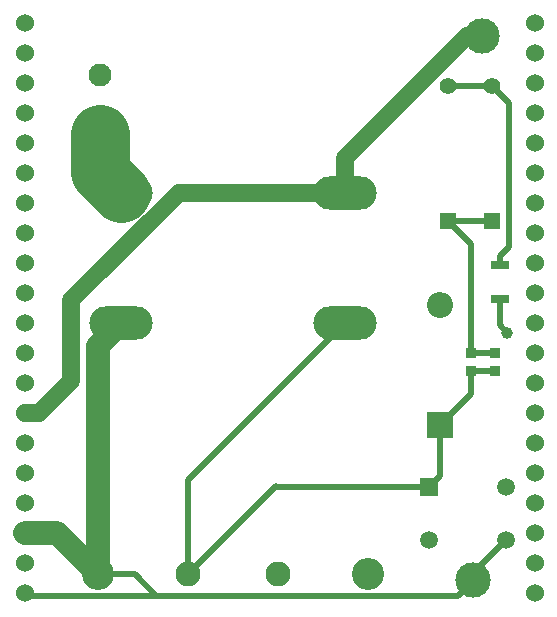
<source format=gbr>
%TF.GenerationSoftware,KiCad,Pcbnew,8.0.8*%
%TF.CreationDate,2025-03-10T21:52:53-04:00*%
%TF.ProjectId,AMS Latching Module V3.0,414d5320-4c61-4746-9368-696e67204d6f,rev?*%
%TF.SameCoordinates,Original*%
%TF.FileFunction,Copper,L1,Top*%
%TF.FilePolarity,Positive*%
%FSLAX46Y46*%
G04 Gerber Fmt 4.6, Leading zero omitted, Abs format (unit mm)*
G04 Created by KiCad (PCBNEW 8.0.8) date 2025-03-10 21:52:53*
%MOMM*%
%LPD*%
G01*
G04 APERTURE LIST*
%TA.AperFunction,SMDPad,CuDef*%
%ADD10R,0.970000X0.900000*%
%TD*%
%TA.AperFunction,ComponentPad*%
%ADD11C,3.000000*%
%TD*%
%TA.AperFunction,ComponentPad*%
%ADD12C,1.524000*%
%TD*%
%TA.AperFunction,ComponentPad*%
%ADD13R,1.498600X1.498600*%
%TD*%
%TA.AperFunction,ComponentPad*%
%ADD14C,1.498600*%
%TD*%
%TA.AperFunction,SMDPad,CuDef*%
%ADD15R,1.549400X0.660400*%
%TD*%
%TA.AperFunction,ComponentPad*%
%ADD16O,5.350000X2.850000*%
%TD*%
%TA.AperFunction,ComponentPad*%
%ADD17C,2.717800*%
%TD*%
%TA.AperFunction,ComponentPad*%
%ADD18C,2.108200*%
%TD*%
%TA.AperFunction,ComponentPad*%
%ADD19R,1.397000X1.397000*%
%TD*%
%TA.AperFunction,ComponentPad*%
%ADD20C,1.397000*%
%TD*%
%TA.AperFunction,ComponentPad*%
%ADD21C,1.950000*%
%TD*%
%TA.AperFunction,ComponentPad*%
%ADD22R,2.200000X2.200000*%
%TD*%
%TA.AperFunction,ComponentPad*%
%ADD23O,2.200000X2.200000*%
%TD*%
%TA.AperFunction,ViaPad*%
%ADD24C,1.000000*%
%TD*%
%TA.AperFunction,Conductor*%
%ADD25C,0.500000*%
%TD*%
%TA.AperFunction,Conductor*%
%ADD26C,0.250000*%
%TD*%
%TA.AperFunction,Conductor*%
%ADD27C,0.200000*%
%TD*%
%TA.AperFunction,Conductor*%
%ADD28C,2.000000*%
%TD*%
%TA.AperFunction,Conductor*%
%ADD29C,1.500000*%
%TD*%
%TA.AperFunction,Conductor*%
%ADD30C,5.000000*%
%TD*%
G04 APERTURE END LIST*
D10*
%TO.P,D1,1,K*%
%TO.N,Net-(D1-K)*%
X90620000Y-80270000D03*
%TO.P,D1,2,A*%
%TO.N,/GND*%
X90620000Y-78750000D03*
%TD*%
%TO.P,D2,1,K*%
%TO.N,Net-(D1-K)*%
X88540000Y-80260000D03*
%TO.P,D2,2,A*%
%TO.N,/GND*%
X88540000Y-78740000D03*
%TD*%
D11*
%TO.P,Safety Loop,1,1*%
%TO.N,Net-(J3-Pad7)*%
X89500000Y-51900000D03*
%TD*%
D12*
%TO.P,J3,1,1*%
%TO.N,Net-(J3-Pad1)*%
X50800000Y-99060000D03*
%TO.P,J3,2,2*%
%TO.N,Net-(D1-K)*%
X50800000Y-96520000D03*
%TO.P,J3,3,3*%
%TO.N,Net-(J3-Pad1)*%
X50800000Y-93980000D03*
%TO.P,J3,4,4*%
%TO.N,Net-(D4-A)*%
X50800000Y-91440000D03*
%TO.P,J3,5,5*%
%TO.N,Net-(D3-A)*%
X50800000Y-88900000D03*
%TO.P,J3,6,6*%
%TO.N,/GND*%
X50800000Y-86360000D03*
%TO.P,J3,7,7*%
%TO.N,Net-(J3-Pad7)*%
X50800000Y-83820000D03*
%TO.P,J3,8,8*%
%TO.N,unconnected-(J3-Pad8)*%
X50800000Y-81280000D03*
%TO.P,J3,9,9*%
%TO.N,unconnected-(J3-Pad9)*%
X50800000Y-78740000D03*
%TO.P,J3,10,10*%
%TO.N,unconnected-(J3-Pad10)*%
X50800000Y-76200000D03*
%TO.P,J3,11,11*%
%TO.N,unconnected-(J3-Pad11)*%
X50800000Y-73660000D03*
%TO.P,J3,12,12*%
%TO.N,unconnected-(J3-Pad12)*%
X50800000Y-71120000D03*
%TO.P,J3,13,13*%
%TO.N,unconnected-(J3-Pad13)*%
X50800000Y-68580000D03*
%TO.P,J3,14,14*%
%TO.N,unconnected-(J3-Pad14)*%
X50800000Y-66040000D03*
%TO.P,J3,15,15*%
%TO.N,unconnected-(J3-Pad15)*%
X50800000Y-63500000D03*
%TO.P,J3,16,16*%
%TO.N,unconnected-(J3-Pad16)*%
X50800000Y-60960000D03*
%TO.P,J3,17,17*%
%TO.N,unconnected-(J3-Pad17)*%
X50800000Y-58420000D03*
%TO.P,J3,18,18*%
%TO.N,unconnected-(J3-Pad18)*%
X50800000Y-55880000D03*
%TO.P,J3,19,19*%
%TO.N,unconnected-(J3-Pad19)*%
X50800000Y-53340000D03*
%TO.P,J3,20,20*%
%TO.N,unconnected-(J3-Pad20)*%
X50800000Y-50800000D03*
%TD*%
D13*
%TO.P,AMS RESET,1,1*%
%TO.N,Net-(D1-K)*%
X85019999Y-90070000D03*
D14*
%TO.P,AMS RESET,2,2*%
%TO.N,N/C*%
X91520000Y-90070000D03*
%TO.P,AMS RESET,3*%
X85019999Y-94570001D03*
%TO.P,AMS RESET,4*%
%TO.N,Net-(J3-Pad1)*%
X91520000Y-94570001D03*
%TD*%
D15*
%TO.P,D4,1,K*%
%TO.N,Net-(D4-K)*%
X91000000Y-71259400D03*
%TO.P,D4,2,A*%
%TO.N,Net-(D4-A)*%
X91000000Y-74104200D03*
%TD*%
D16*
%TO.P,K1,1,1*%
%TO.N,Net-(J4-Pad2)*%
X58920000Y-65159999D03*
%TO.P,K1,2,2*%
%TO.N,Net-(J3-Pad1)*%
X58920000Y-76160000D03*
D17*
%TO.P,K1,3,3*%
X56970000Y-97460000D03*
D18*
%TO.P,K1,4,4*%
%TO.N,Net-(D1-K)*%
X64620000Y-97460000D03*
%TO.P,K1,5,5*%
%TO.N,Net-(D3-A)*%
X72220000Y-97460000D03*
D17*
%TO.P,K1,6,6*%
%TO.N,Net-(D4-A)*%
X79870000Y-97460000D03*
D16*
%TO.P,K1,7,7*%
%TO.N,Net-(D1-K)*%
X77919998Y-76160000D03*
%TO.P,K1,8,8*%
%TO.N,Net-(J3-Pad7)*%
X77919998Y-65159999D03*
%TD*%
D19*
%TO.P,R2,1*%
%TO.N,/GND*%
X90300000Y-67530000D03*
D20*
%TO.P,R2,2*%
%TO.N,Net-(D4-K)*%
X90300000Y-56100000D03*
%TD*%
D21*
%TO.P,J4,1*%
%TO.N,unconnected-(J4-Pad1)*%
X57130000Y-55150000D03*
%TO.P,J4,2*%
%TO.N,Net-(J4-Pad2)*%
X57130000Y-60150000D03*
%TD*%
D11*
%TO.P,TP1,1,1*%
%TO.N,Net-(J3-Pad1)*%
X88720000Y-97970000D03*
%TD*%
D19*
%TO.P,R1,1*%
%TO.N,/GND*%
X86600000Y-67530000D03*
D20*
%TO.P,R1,2*%
%TO.N,Net-(D4-K)*%
X86600000Y-56100000D03*
%TD*%
D12*
%TO.P,J2,1,1*%
%TO.N,N/C*%
X94000000Y-99060000D03*
%TO.P,J2,2,2*%
X94000000Y-96520000D03*
%TO.P,J2,3,3*%
X94000000Y-93980000D03*
%TO.P,J2,4,4*%
X94000000Y-91440000D03*
%TO.P,J2,5,5*%
X94000000Y-88900000D03*
%TO.P,J2,6,6*%
X94000000Y-86360000D03*
%TO.P,J2,7,7*%
X94000000Y-83820000D03*
%TO.P,J2,8,8*%
X94000000Y-81280000D03*
%TO.P,J2,9,9*%
X94000000Y-78740000D03*
%TO.P,J2,10,10*%
X94000000Y-76200000D03*
%TO.P,J2,11,11*%
X94000000Y-73660000D03*
%TO.P,J2,12,12*%
X94000000Y-71120000D03*
%TO.P,J2,13,13*%
X94000000Y-68580000D03*
%TO.P,J2,14,14*%
X94000000Y-66040000D03*
%TO.P,J2,15,15*%
X94000000Y-63500000D03*
%TO.P,J2,16,16*%
X94000000Y-60960000D03*
%TO.P,J2,17,17*%
X94000000Y-58420000D03*
%TO.P,J2,18,18*%
X94000000Y-55880000D03*
%TO.P,J2,19,19*%
X94000000Y-53340000D03*
%TO.P,J2,20,20*%
X94000000Y-50800000D03*
%TD*%
D22*
%TO.P,D3,1,K*%
%TO.N,Net-(D1-K)*%
X85920000Y-84790000D03*
D23*
%TO.P,D3,2,A*%
%TO.N,Net-(D3-A)*%
X85920000Y-74630000D03*
%TD*%
D24*
%TO.N,Net-(D4-A)*%
X91620000Y-77000000D03*
%TD*%
D25*
%TO.N,/GND*%
X90620000Y-78750000D02*
X88550000Y-78750000D01*
D26*
X88550000Y-78750000D02*
X88540000Y-78740000D01*
D25*
X88540000Y-78740000D02*
X88540000Y-69470000D01*
X86600000Y-67530000D02*
X90300000Y-67530000D01*
X88540000Y-69470000D02*
X86600000Y-67530000D01*
%TO.N,Net-(D1-K)*%
X85920000Y-84790000D02*
X85920000Y-89169999D01*
X72069401Y-90010599D02*
X72128802Y-90070000D01*
X88540000Y-80260000D02*
X90610000Y-80260000D01*
X88540000Y-82170000D02*
X85920000Y-84790000D01*
X88540000Y-80260000D02*
X88540000Y-82170000D01*
X64620000Y-97460000D02*
X64620000Y-89459998D01*
X85920000Y-89169999D02*
X85019999Y-90070000D01*
X64620000Y-89459998D02*
X77919998Y-76160000D01*
X90610000Y-80260000D02*
X90620000Y-80270000D01*
X64620000Y-97460000D02*
X72069401Y-90010599D01*
X72128802Y-90070000D02*
X85019999Y-90070000D01*
D27*
%TO.N,Net-(D4-A)*%
X91700000Y-76920000D02*
X91620000Y-77000000D01*
D26*
X91620000Y-77000000D02*
X91344800Y-76724800D01*
D25*
X91620000Y-77000000D02*
X91000000Y-76380000D01*
X91000000Y-76380000D02*
X91000000Y-74104200D01*
%TO.N,Net-(D4-K)*%
X91000000Y-70500000D02*
X91000000Y-71259400D01*
X91750000Y-69750000D02*
X91000000Y-70500000D01*
X91750000Y-57550000D02*
X91750000Y-69750000D01*
X90300000Y-56100000D02*
X86600000Y-56100000D01*
X90300000Y-56100000D02*
X91750000Y-57550000D01*
%TO.N,Net-(J3-Pad1)*%
X88720000Y-97970000D02*
X88720000Y-97370001D01*
X61920000Y-99270000D02*
X87420000Y-99270000D01*
X57000000Y-99270000D02*
X51010000Y-99270000D01*
X88720000Y-97370001D02*
X91520000Y-94570001D01*
D28*
X56970000Y-97460000D02*
X56970000Y-78110000D01*
D25*
X87420000Y-99270000D02*
X88720000Y-97970000D01*
D28*
X53490000Y-93980000D02*
X50800000Y-93980000D01*
D25*
X60110000Y-97460000D02*
X61920000Y-99270000D01*
D28*
X56970000Y-78110000D02*
X58920000Y-76160000D01*
X56970000Y-97460000D02*
X53490000Y-93980000D01*
D25*
X51010000Y-99270000D02*
X50800000Y-99060000D01*
X56970000Y-97460000D02*
X60110000Y-97460000D01*
X61920000Y-99270000D02*
X57000000Y-99270000D01*
X57000000Y-97490000D02*
X56970000Y-97460000D01*
D29*
%TO.N,Net-(J3-Pad7)*%
X77919998Y-62234999D02*
X88254997Y-51900000D01*
X88254997Y-51900000D02*
X89500000Y-51900000D01*
X54720000Y-74270000D02*
X54720000Y-81070000D01*
X51970000Y-83820000D02*
X50800000Y-83820000D01*
X54720000Y-81070000D02*
X51970000Y-83820000D01*
X77919998Y-65159999D02*
X77919998Y-62234999D01*
X63830001Y-65159999D02*
X54720000Y-74270000D01*
X77919998Y-65159999D02*
X63830001Y-65159999D01*
D30*
%TO.N,Net-(J4-Pad2)*%
X57130000Y-63369999D02*
X58920000Y-65159999D01*
X57130000Y-60150000D02*
X57130000Y-63369999D01*
%TD*%
M02*

</source>
